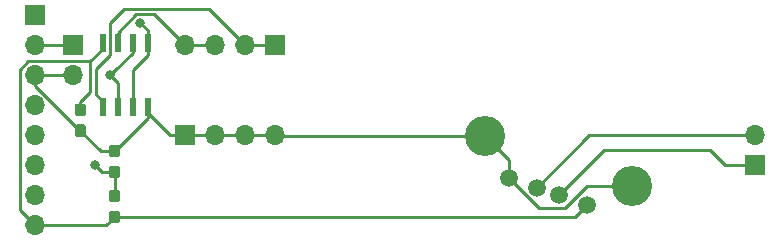
<source format=gtl>
G04 #@! TF.GenerationSoftware,KiCad,Pcbnew,(5.0.0-rc2-178-g3c7b91b96)*
G04 #@! TF.CreationDate,2018-08-09T18:01:17+02:00*
G04 #@! TF.ProjectId,pcb3,706362332E6B696361645F7063620000,rev?*
G04 #@! TF.SameCoordinates,Original*
G04 #@! TF.FileFunction,Copper,L1,Top,Signal*
G04 #@! TF.FilePolarity,Positive*
%FSLAX46Y46*%
G04 Gerber Fmt 4.6, Leading zero omitted, Abs format (unit mm)*
G04 Created by KiCad (PCBNEW (5.0.0-rc2-178-g3c7b91b96)) date 08/09/18 18:01:17*
%MOMM*%
%LPD*%
G01*
G04 APERTURE LIST*
G04 #@! TA.AperFunction,ComponentPad*
%ADD10R,1.700000X1.700000*%
G04 #@! TD*
G04 #@! TA.AperFunction,ComponentPad*
%ADD11O,1.700000X1.700000*%
G04 #@! TD*
G04 #@! TA.AperFunction,ComponentPad*
%ADD12C,3.400000*%
G04 #@! TD*
G04 #@! TA.AperFunction,ComponentPad*
%ADD13C,1.500000*%
G04 #@! TD*
G04 #@! TA.AperFunction,Conductor*
%ADD14C,0.100000*%
G04 #@! TD*
G04 #@! TA.AperFunction,SMDPad,CuDef*
%ADD15C,0.950000*%
G04 #@! TD*
G04 #@! TA.AperFunction,SMDPad,CuDef*
%ADD16R,0.600000X1.550000*%
G04 #@! TD*
G04 #@! TA.AperFunction,ViaPad*
%ADD17C,0.800000*%
G04 #@! TD*
G04 #@! TA.AperFunction,Conductor*
%ADD18C,0.250000*%
G04 #@! TD*
G04 APERTURE END LIST*
D10*
G04 #@! TO.P,J5,1*
G04 #@! TO.N,/wit*
X170180000Y-77470000D03*
D11*
G04 #@! TO.P,J5,2*
G04 #@! TO.N,/geel*
X170180000Y-74930000D03*
G04 #@! TD*
D12*
G04 #@! TO.P,J6,6*
G04 #@! TO.N,/G*
X147293966Y-74987059D03*
G04 #@! TO.P,J6,5*
X159718080Y-79265025D03*
D13*
G04 #@! TO.P,J6,4*
X149314418Y-78548910D03*
G04 #@! TO.P,J6,3*
G04 #@! TO.N,/geel*
X151678215Y-79362829D03*
G04 #@! TO.P,J6,2*
G04 #@! TO.N,/wit*
X153569252Y-80013966D03*
G04 #@! TO.P,J6,1*
G04 #@! TO.N,/5V*
X155933049Y-80827886D03*
G04 #@! TD*
D14*
G04 #@! TO.N,/5V*
G04 #@! TO.C,C1*
G36*
X113290779Y-72261144D02*
X113313834Y-72264563D01*
X113336443Y-72270227D01*
X113358387Y-72278079D01*
X113379457Y-72288044D01*
X113399448Y-72300026D01*
X113418168Y-72313910D01*
X113435438Y-72329562D01*
X113451090Y-72346832D01*
X113464974Y-72365552D01*
X113476956Y-72385543D01*
X113486921Y-72406613D01*
X113494773Y-72428557D01*
X113500437Y-72451166D01*
X113503856Y-72474221D01*
X113505000Y-72497500D01*
X113505000Y-73072500D01*
X113503856Y-73095779D01*
X113500437Y-73118834D01*
X113494773Y-73141443D01*
X113486921Y-73163387D01*
X113476956Y-73184457D01*
X113464974Y-73204448D01*
X113451090Y-73223168D01*
X113435438Y-73240438D01*
X113418168Y-73256090D01*
X113399448Y-73269974D01*
X113379457Y-73281956D01*
X113358387Y-73291921D01*
X113336443Y-73299773D01*
X113313834Y-73305437D01*
X113290779Y-73308856D01*
X113267500Y-73310000D01*
X112792500Y-73310000D01*
X112769221Y-73308856D01*
X112746166Y-73305437D01*
X112723557Y-73299773D01*
X112701613Y-73291921D01*
X112680543Y-73281956D01*
X112660552Y-73269974D01*
X112641832Y-73256090D01*
X112624562Y-73240438D01*
X112608910Y-73223168D01*
X112595026Y-73204448D01*
X112583044Y-73184457D01*
X112573079Y-73163387D01*
X112565227Y-73141443D01*
X112559563Y-73118834D01*
X112556144Y-73095779D01*
X112555000Y-73072500D01*
X112555000Y-72497500D01*
X112556144Y-72474221D01*
X112559563Y-72451166D01*
X112565227Y-72428557D01*
X112573079Y-72406613D01*
X112583044Y-72385543D01*
X112595026Y-72365552D01*
X112608910Y-72346832D01*
X112624562Y-72329562D01*
X112641832Y-72313910D01*
X112660552Y-72300026D01*
X112680543Y-72288044D01*
X112701613Y-72278079D01*
X112723557Y-72270227D01*
X112746166Y-72264563D01*
X112769221Y-72261144D01*
X112792500Y-72260000D01*
X113267500Y-72260000D01*
X113290779Y-72261144D01*
X113290779Y-72261144D01*
G37*
D15*
G04 #@! TD*
G04 #@! TO.P,C1,1*
G04 #@! TO.N,/5V*
X113030000Y-72785000D03*
D14*
G04 #@! TO.N,/G*
G04 #@! TO.C,C1*
G36*
X113290779Y-74011144D02*
X113313834Y-74014563D01*
X113336443Y-74020227D01*
X113358387Y-74028079D01*
X113379457Y-74038044D01*
X113399448Y-74050026D01*
X113418168Y-74063910D01*
X113435438Y-74079562D01*
X113451090Y-74096832D01*
X113464974Y-74115552D01*
X113476956Y-74135543D01*
X113486921Y-74156613D01*
X113494773Y-74178557D01*
X113500437Y-74201166D01*
X113503856Y-74224221D01*
X113505000Y-74247500D01*
X113505000Y-74822500D01*
X113503856Y-74845779D01*
X113500437Y-74868834D01*
X113494773Y-74891443D01*
X113486921Y-74913387D01*
X113476956Y-74934457D01*
X113464974Y-74954448D01*
X113451090Y-74973168D01*
X113435438Y-74990438D01*
X113418168Y-75006090D01*
X113399448Y-75019974D01*
X113379457Y-75031956D01*
X113358387Y-75041921D01*
X113336443Y-75049773D01*
X113313834Y-75055437D01*
X113290779Y-75058856D01*
X113267500Y-75060000D01*
X112792500Y-75060000D01*
X112769221Y-75058856D01*
X112746166Y-75055437D01*
X112723557Y-75049773D01*
X112701613Y-75041921D01*
X112680543Y-75031956D01*
X112660552Y-75019974D01*
X112641832Y-75006090D01*
X112624562Y-74990438D01*
X112608910Y-74973168D01*
X112595026Y-74954448D01*
X112583044Y-74934457D01*
X112573079Y-74913387D01*
X112565227Y-74891443D01*
X112559563Y-74868834D01*
X112556144Y-74845779D01*
X112555000Y-74822500D01*
X112555000Y-74247500D01*
X112556144Y-74224221D01*
X112559563Y-74201166D01*
X112565227Y-74178557D01*
X112573079Y-74156613D01*
X112583044Y-74135543D01*
X112595026Y-74115552D01*
X112608910Y-74096832D01*
X112624562Y-74079562D01*
X112641832Y-74063910D01*
X112660552Y-74050026D01*
X112680543Y-74038044D01*
X112701613Y-74028079D01*
X112723557Y-74020227D01*
X112746166Y-74014563D01*
X112769221Y-74011144D01*
X112792500Y-74010000D01*
X113267500Y-74010000D01*
X113290779Y-74011144D01*
X113290779Y-74011144D01*
G37*
D15*
G04 #@! TD*
G04 #@! TO.P,C1,2*
G04 #@! TO.N,/G*
X113030000Y-74535000D03*
D10*
G04 #@! TO.P,J4,1*
G04 #@! TO.N,Net-(J1-Pad2)*
X112395000Y-67310000D03*
D11*
G04 #@! TO.P,J4,2*
G04 #@! TO.N,/G*
X112395000Y-69850000D03*
G04 #@! TD*
D16*
G04 #@! TO.P,U1,1*
G04 #@! TO.N,Net-(J2-Pad1)*
X114935000Y-72550000D03*
G04 #@! TO.P,U1,2*
G04 #@! TO.N,Net-(R1-Pad1)*
X116205000Y-72550000D03*
G04 #@! TO.P,U1,3*
G04 #@! TO.N,/PD2*
X117475000Y-72550000D03*
G04 #@! TO.P,U1,4*
G04 #@! TO.N,/G*
X118745000Y-72550000D03*
G04 #@! TO.P,U1,5*
G04 #@! TO.N,/PD2*
X118745000Y-67150000D03*
G04 #@! TO.P,U1,6*
G04 #@! TO.N,Net-(R1-Pad1)*
X117475000Y-67150000D03*
G04 #@! TO.P,U1,7*
G04 #@! TO.N,Net-(J2-Pad3)*
X116205000Y-67150000D03*
G04 #@! TO.P,U1,8*
G04 #@! TO.N,/5V*
X114935000Y-67150000D03*
G04 #@! TD*
D10*
G04 #@! TO.P,J2,1*
G04 #@! TO.N,Net-(J2-Pad1)*
X129540000Y-67310000D03*
D11*
G04 #@! TO.P,J2,2*
X127000000Y-67310000D03*
G04 #@! TO.P,J2,3*
G04 #@! TO.N,Net-(J2-Pad3)*
X124460000Y-67310000D03*
G04 #@! TO.P,J2,4*
X121920000Y-67310000D03*
G04 #@! TD*
D10*
G04 #@! TO.P,J3,1*
G04 #@! TO.N,/G*
X121920000Y-74930000D03*
D11*
G04 #@! TO.P,J3,2*
X124460000Y-74930000D03*
G04 #@! TO.P,J3,3*
X127000000Y-74930000D03*
G04 #@! TO.P,J3,4*
X129540000Y-74930000D03*
G04 #@! TD*
D10*
G04 #@! TO.P,J1,1*
G04 #@! TO.N,/PD2*
X109220000Y-64770000D03*
D11*
G04 #@! TO.P,J1,2*
G04 #@! TO.N,Net-(J1-Pad2)*
X109220000Y-67310000D03*
G04 #@! TO.P,J1,3*
G04 #@! TO.N,/G*
X109220000Y-69850000D03*
G04 #@! TO.P,J1,4*
G04 #@! TO.N,Net-(J1-Pad4)*
X109220000Y-72390000D03*
G04 #@! TO.P,J1,5*
G04 #@! TO.N,Net-(J1-Pad5)*
X109220000Y-74930000D03*
G04 #@! TO.P,J1,6*
G04 #@! TO.N,Net-(J1-Pad6)*
X109220000Y-77470000D03*
G04 #@! TO.P,J1,7*
G04 #@! TO.N,Net-(J1-Pad7)*
X109220000Y-80010000D03*
G04 #@! TO.P,J1,8*
G04 #@! TO.N,/5V*
X109220000Y-82550000D03*
G04 #@! TD*
D14*
G04 #@! TO.N,/G*
G04 #@! TO.C,R2*
G36*
X116214009Y-75753003D02*
X116237064Y-75756422D01*
X116259673Y-75762086D01*
X116281617Y-75769938D01*
X116302687Y-75779903D01*
X116322678Y-75791885D01*
X116341398Y-75805769D01*
X116358668Y-75821421D01*
X116374320Y-75838691D01*
X116388204Y-75857411D01*
X116400186Y-75877402D01*
X116410151Y-75898472D01*
X116418003Y-75920416D01*
X116423667Y-75943025D01*
X116427086Y-75966080D01*
X116428230Y-75989359D01*
X116428230Y-76564359D01*
X116427086Y-76587638D01*
X116423667Y-76610693D01*
X116418003Y-76633302D01*
X116410151Y-76655246D01*
X116400186Y-76676316D01*
X116388204Y-76696307D01*
X116374320Y-76715027D01*
X116358668Y-76732297D01*
X116341398Y-76747949D01*
X116322678Y-76761833D01*
X116302687Y-76773815D01*
X116281617Y-76783780D01*
X116259673Y-76791632D01*
X116237064Y-76797296D01*
X116214009Y-76800715D01*
X116190730Y-76801859D01*
X115715730Y-76801859D01*
X115692451Y-76800715D01*
X115669396Y-76797296D01*
X115646787Y-76791632D01*
X115624843Y-76783780D01*
X115603773Y-76773815D01*
X115583782Y-76761833D01*
X115565062Y-76747949D01*
X115547792Y-76732297D01*
X115532140Y-76715027D01*
X115518256Y-76696307D01*
X115506274Y-76676316D01*
X115496309Y-76655246D01*
X115488457Y-76633302D01*
X115482793Y-76610693D01*
X115479374Y-76587638D01*
X115478230Y-76564359D01*
X115478230Y-75989359D01*
X115479374Y-75966080D01*
X115482793Y-75943025D01*
X115488457Y-75920416D01*
X115496309Y-75898472D01*
X115506274Y-75877402D01*
X115518256Y-75857411D01*
X115532140Y-75838691D01*
X115547792Y-75821421D01*
X115565062Y-75805769D01*
X115583782Y-75791885D01*
X115603773Y-75779903D01*
X115624843Y-75769938D01*
X115646787Y-75762086D01*
X115669396Y-75756422D01*
X115692451Y-75753003D01*
X115715730Y-75751859D01*
X116190730Y-75751859D01*
X116214009Y-75753003D01*
X116214009Y-75753003D01*
G37*
D15*
G04 #@! TD*
G04 #@! TO.P,R2,2*
G04 #@! TO.N,/G*
X115953230Y-76276859D03*
D14*
G04 #@! TO.N,Net-(R1-Pad1)*
G04 #@! TO.C,R2*
G36*
X116214009Y-77503003D02*
X116237064Y-77506422D01*
X116259673Y-77512086D01*
X116281617Y-77519938D01*
X116302687Y-77529903D01*
X116322678Y-77541885D01*
X116341398Y-77555769D01*
X116358668Y-77571421D01*
X116374320Y-77588691D01*
X116388204Y-77607411D01*
X116400186Y-77627402D01*
X116410151Y-77648472D01*
X116418003Y-77670416D01*
X116423667Y-77693025D01*
X116427086Y-77716080D01*
X116428230Y-77739359D01*
X116428230Y-78314359D01*
X116427086Y-78337638D01*
X116423667Y-78360693D01*
X116418003Y-78383302D01*
X116410151Y-78405246D01*
X116400186Y-78426316D01*
X116388204Y-78446307D01*
X116374320Y-78465027D01*
X116358668Y-78482297D01*
X116341398Y-78497949D01*
X116322678Y-78511833D01*
X116302687Y-78523815D01*
X116281617Y-78533780D01*
X116259673Y-78541632D01*
X116237064Y-78547296D01*
X116214009Y-78550715D01*
X116190730Y-78551859D01*
X115715730Y-78551859D01*
X115692451Y-78550715D01*
X115669396Y-78547296D01*
X115646787Y-78541632D01*
X115624843Y-78533780D01*
X115603773Y-78523815D01*
X115583782Y-78511833D01*
X115565062Y-78497949D01*
X115547792Y-78482297D01*
X115532140Y-78465027D01*
X115518256Y-78446307D01*
X115506274Y-78426316D01*
X115496309Y-78405246D01*
X115488457Y-78383302D01*
X115482793Y-78360693D01*
X115479374Y-78337638D01*
X115478230Y-78314359D01*
X115478230Y-77739359D01*
X115479374Y-77716080D01*
X115482793Y-77693025D01*
X115488457Y-77670416D01*
X115496309Y-77648472D01*
X115506274Y-77627402D01*
X115518256Y-77607411D01*
X115532140Y-77588691D01*
X115547792Y-77571421D01*
X115565062Y-77555769D01*
X115583782Y-77541885D01*
X115603773Y-77529903D01*
X115624843Y-77519938D01*
X115646787Y-77512086D01*
X115669396Y-77506422D01*
X115692451Y-77503003D01*
X115715730Y-77501859D01*
X116190730Y-77501859D01*
X116214009Y-77503003D01*
X116214009Y-77503003D01*
G37*
D15*
G04 #@! TD*
G04 #@! TO.P,R2,1*
G04 #@! TO.N,Net-(R1-Pad1)*
X115953230Y-78026859D03*
D14*
G04 #@! TO.N,Net-(R1-Pad1)*
G04 #@! TO.C,R1*
G36*
X116214009Y-79563003D02*
X116237064Y-79566422D01*
X116259673Y-79572086D01*
X116281617Y-79579938D01*
X116302687Y-79589903D01*
X116322678Y-79601885D01*
X116341398Y-79615769D01*
X116358668Y-79631421D01*
X116374320Y-79648691D01*
X116388204Y-79667411D01*
X116400186Y-79687402D01*
X116410151Y-79708472D01*
X116418003Y-79730416D01*
X116423667Y-79753025D01*
X116427086Y-79776080D01*
X116428230Y-79799359D01*
X116428230Y-80374359D01*
X116427086Y-80397638D01*
X116423667Y-80420693D01*
X116418003Y-80443302D01*
X116410151Y-80465246D01*
X116400186Y-80486316D01*
X116388204Y-80506307D01*
X116374320Y-80525027D01*
X116358668Y-80542297D01*
X116341398Y-80557949D01*
X116322678Y-80571833D01*
X116302687Y-80583815D01*
X116281617Y-80593780D01*
X116259673Y-80601632D01*
X116237064Y-80607296D01*
X116214009Y-80610715D01*
X116190730Y-80611859D01*
X115715730Y-80611859D01*
X115692451Y-80610715D01*
X115669396Y-80607296D01*
X115646787Y-80601632D01*
X115624843Y-80593780D01*
X115603773Y-80583815D01*
X115583782Y-80571833D01*
X115565062Y-80557949D01*
X115547792Y-80542297D01*
X115532140Y-80525027D01*
X115518256Y-80506307D01*
X115506274Y-80486316D01*
X115496309Y-80465246D01*
X115488457Y-80443302D01*
X115482793Y-80420693D01*
X115479374Y-80397638D01*
X115478230Y-80374359D01*
X115478230Y-79799359D01*
X115479374Y-79776080D01*
X115482793Y-79753025D01*
X115488457Y-79730416D01*
X115496309Y-79708472D01*
X115506274Y-79687402D01*
X115518256Y-79667411D01*
X115532140Y-79648691D01*
X115547792Y-79631421D01*
X115565062Y-79615769D01*
X115583782Y-79601885D01*
X115603773Y-79589903D01*
X115624843Y-79579938D01*
X115646787Y-79572086D01*
X115669396Y-79566422D01*
X115692451Y-79563003D01*
X115715730Y-79561859D01*
X116190730Y-79561859D01*
X116214009Y-79563003D01*
X116214009Y-79563003D01*
G37*
D15*
G04 #@! TD*
G04 #@! TO.P,R1,1*
G04 #@! TO.N,Net-(R1-Pad1)*
X115953230Y-80086859D03*
D14*
G04 #@! TO.N,/5V*
G04 #@! TO.C,R1*
G36*
X116214009Y-81313003D02*
X116237064Y-81316422D01*
X116259673Y-81322086D01*
X116281617Y-81329938D01*
X116302687Y-81339903D01*
X116322678Y-81351885D01*
X116341398Y-81365769D01*
X116358668Y-81381421D01*
X116374320Y-81398691D01*
X116388204Y-81417411D01*
X116400186Y-81437402D01*
X116410151Y-81458472D01*
X116418003Y-81480416D01*
X116423667Y-81503025D01*
X116427086Y-81526080D01*
X116428230Y-81549359D01*
X116428230Y-82124359D01*
X116427086Y-82147638D01*
X116423667Y-82170693D01*
X116418003Y-82193302D01*
X116410151Y-82215246D01*
X116400186Y-82236316D01*
X116388204Y-82256307D01*
X116374320Y-82275027D01*
X116358668Y-82292297D01*
X116341398Y-82307949D01*
X116322678Y-82321833D01*
X116302687Y-82333815D01*
X116281617Y-82343780D01*
X116259673Y-82351632D01*
X116237064Y-82357296D01*
X116214009Y-82360715D01*
X116190730Y-82361859D01*
X115715730Y-82361859D01*
X115692451Y-82360715D01*
X115669396Y-82357296D01*
X115646787Y-82351632D01*
X115624843Y-82343780D01*
X115603773Y-82333815D01*
X115583782Y-82321833D01*
X115565062Y-82307949D01*
X115547792Y-82292297D01*
X115532140Y-82275027D01*
X115518256Y-82256307D01*
X115506274Y-82236316D01*
X115496309Y-82215246D01*
X115488457Y-82193302D01*
X115482793Y-82170693D01*
X115479374Y-82147638D01*
X115478230Y-82124359D01*
X115478230Y-81549359D01*
X115479374Y-81526080D01*
X115482793Y-81503025D01*
X115488457Y-81480416D01*
X115496309Y-81458472D01*
X115506274Y-81437402D01*
X115518256Y-81417411D01*
X115532140Y-81398691D01*
X115547792Y-81381421D01*
X115565062Y-81365769D01*
X115583782Y-81351885D01*
X115603773Y-81339903D01*
X115624843Y-81329938D01*
X115646787Y-81322086D01*
X115669396Y-81316422D01*
X115692451Y-81313003D01*
X115715730Y-81311859D01*
X116190730Y-81311859D01*
X116214009Y-81313003D01*
X116214009Y-81313003D01*
G37*
D15*
G04 #@! TD*
G04 #@! TO.P,R1,2*
G04 #@! TO.N,/5V*
X115953230Y-81836859D03*
D17*
G04 #@! TO.N,Net-(R1-Pad1)*
X114300000Y-77470000D03*
X115570000Y-69850000D03*
G04 #@! TO.N,/PD2*
X118110000Y-65405000D03*
G04 #@! TD*
D18*
G04 #@! TO.N,Net-(J2-Pad1)*
X129540000Y-67310000D02*
X127000000Y-67310000D01*
X114935000Y-72075000D02*
X114935000Y-72550000D01*
X123919990Y-64229990D02*
X116745010Y-64229990D01*
X127000000Y-67310000D02*
X123919990Y-64229990D01*
X116745010Y-64229990D02*
X115579999Y-65395001D01*
X114385000Y-71525000D02*
X114935000Y-72075000D01*
X115579999Y-65395001D02*
X115579999Y-68165003D01*
X115579999Y-68165003D02*
X114385000Y-69360002D01*
X114385000Y-69360002D02*
X114385000Y-71525000D01*
G04 #@! TO.N,Net-(J2-Pad3)*
X121070001Y-66460001D02*
X121920000Y-67310000D01*
X119289999Y-64679999D02*
X121070001Y-66460001D01*
X116205000Y-66236998D02*
X117761999Y-64679999D01*
X116205000Y-67150000D02*
X116205000Y-66236998D01*
X121920000Y-67310000D02*
X124460000Y-67310000D01*
X117761999Y-64679999D02*
X119289999Y-64679999D01*
G04 #@! TO.N,/5V*
X112700089Y-82550000D02*
X109220000Y-82550000D01*
X115953230Y-81836859D02*
X115240089Y-82550000D01*
X115240089Y-82550000D02*
X112700089Y-82550000D01*
X107950000Y-81280000D02*
X109220000Y-82550000D01*
X107950000Y-69380998D02*
X107950000Y-81280000D01*
X108655999Y-68674999D02*
X107950000Y-69380998D01*
X113885001Y-68674999D02*
X108655999Y-68674999D01*
X114935000Y-67625000D02*
X113885001Y-68674999D01*
X114935000Y-67150000D02*
X114935000Y-67625000D01*
X113885001Y-71304999D02*
X113885001Y-68674999D01*
X113030000Y-72160000D02*
X113885001Y-71304999D01*
X113030000Y-72785000D02*
X113030000Y-72160000D01*
X154924076Y-81836859D02*
X155933049Y-80827886D01*
X115953230Y-81836859D02*
X154924076Y-81836859D01*
G04 #@! TO.N,Net-(R1-Pad1)*
X115953230Y-78026859D02*
X115953230Y-80086859D01*
X115953230Y-78026859D02*
X114856859Y-78026859D01*
X114856859Y-78026859D02*
X114300000Y-77470000D01*
X116205000Y-70485000D02*
X115570000Y-69850000D01*
X116205000Y-72550000D02*
X116205000Y-70485000D01*
X115969999Y-69450001D02*
X115570000Y-69850000D01*
X117475000Y-67945000D02*
X115969999Y-69450001D01*
X117475000Y-67150000D02*
X117475000Y-67945000D01*
G04 #@! TO.N,/G*
X118745000Y-73485089D02*
X118745000Y-72550000D01*
X115953230Y-76276859D02*
X118745000Y-73485089D01*
X121920000Y-74930000D02*
X124460000Y-74930000D01*
X124460000Y-74930000D02*
X127000000Y-74930000D01*
X127000000Y-74930000D02*
X129540000Y-74930000D01*
X118745000Y-73025000D02*
X118745000Y-72550000D01*
X120650000Y-74930000D02*
X118745000Y-73025000D01*
X121920000Y-74930000D02*
X120650000Y-74930000D01*
X112395000Y-69850000D02*
X109220000Y-69850000D01*
X114771859Y-76276859D02*
X113030000Y-74535000D01*
X115953230Y-76276859D02*
X114771859Y-76276859D01*
X109220000Y-70725000D02*
X109220000Y-69850000D01*
X113030000Y-74535000D02*
X109220000Y-70725000D01*
X150064417Y-79298909D02*
X149314418Y-78548910D01*
X151854475Y-81088967D02*
X150064417Y-79298909D01*
X154085253Y-81088967D02*
X151854475Y-81088967D01*
X155909195Y-79265025D02*
X154085253Y-81088967D01*
X159718080Y-79265025D02*
X155909195Y-79265025D01*
X149314418Y-77007511D02*
X147293966Y-74987059D01*
X149314418Y-78548910D02*
X149314418Y-77007511D01*
X129597059Y-74987059D02*
X129540000Y-74930000D01*
X147293966Y-74987059D02*
X129597059Y-74987059D01*
G04 #@! TO.N,/PD2*
X117475000Y-71525000D02*
X117475000Y-72550000D01*
X117475000Y-69445000D02*
X117475000Y-71525000D01*
X118745000Y-68175000D02*
X117475000Y-69445000D01*
X118745000Y-67150000D02*
X118745000Y-68175000D01*
X118745000Y-67150000D02*
X118745000Y-66040000D01*
X118745000Y-66040000D02*
X118110000Y-65405000D01*
G04 #@! TO.N,Net-(J1-Pad2)*
X112395000Y-67310000D02*
X109220000Y-67310000D01*
G04 #@! TO.N,/wit*
X170180000Y-77470000D02*
X167640000Y-77470000D01*
X167640000Y-77470000D02*
X166370000Y-76200000D01*
X157383218Y-76200000D02*
X153569252Y-80013966D01*
X166370000Y-76200000D02*
X157383218Y-76200000D01*
G04 #@! TO.N,/geel*
X156111044Y-74930000D02*
X151678215Y-79362829D01*
X170180000Y-74930000D02*
X156111044Y-74930000D01*
G04 #@! TD*
M02*

</source>
